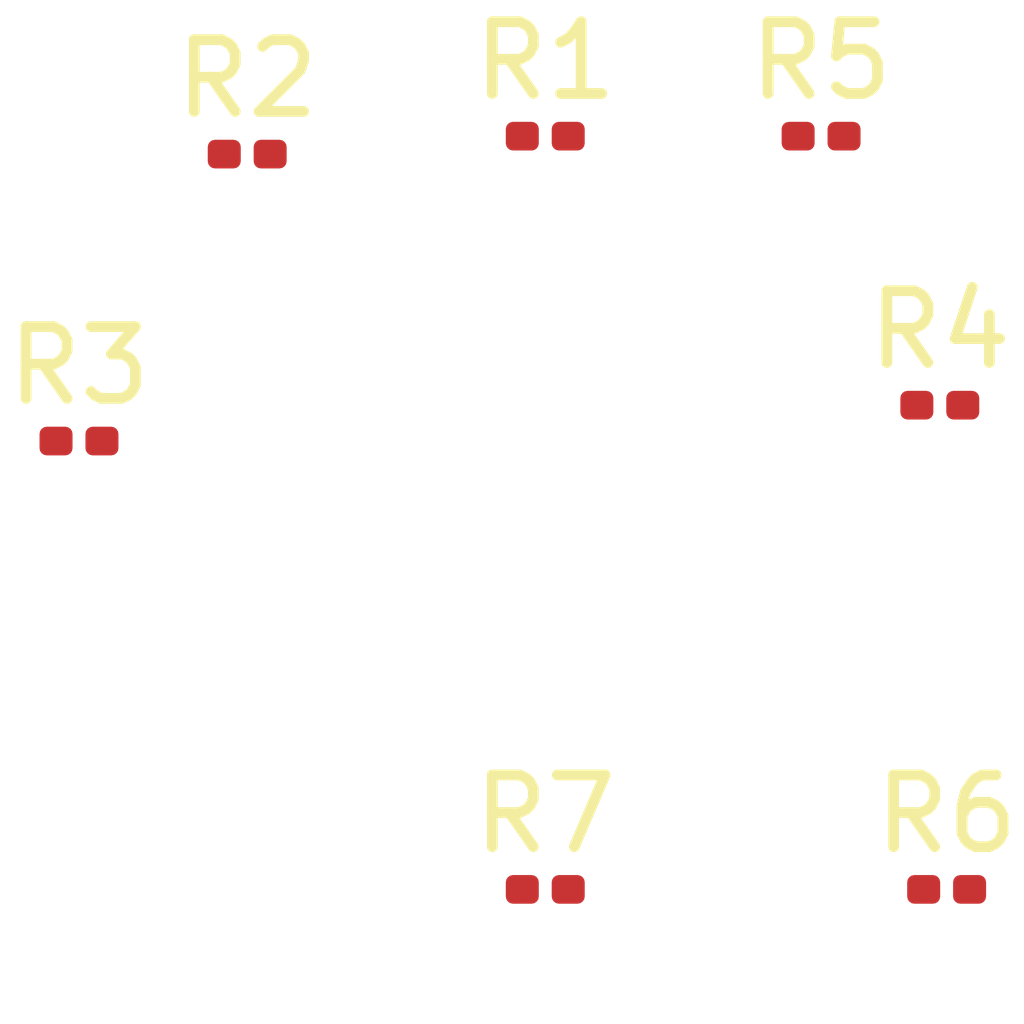
<source format=kicad_pcb>
(kicad_pcb (version 20241229) (generator "pcbnew") (generator_version "9.0")
  (layers (0 "F.Cu" signal) (2 "B.Cu" signal) (13 "F.Paste" user) (15 "B.Paste" user) (5 "F.SilkS" user "F.Silkscreen") (7 "B.SilkS" user "B.Silkscreen") (1 "F.Mask" user) (3 "B.Mask" user) (25 "Edge.Cuts" user))
  (net 0 "")
  (net 1 "/Test2")
  (net 2 "/Test1")
  (net 3 "Net-(R3-Pad2)")
  (net 4 "/Test3")
  (footprint "Resistor_SMD:R_0201_0603Metric" (layer "F.Cu") (at 107.155 108)
    (property "Reference" "R7" (at 0 -1.05 0) (layer "F.SilkS"))
    (property "Value" "R")
    (pad "1" smd roundrect (at -0.32 0) (size 0.46 0.4) (layers "F.Cu" "F.Mask") (net 4 "/Test3"))
    (pad "2" smd roundrect (at 0.32 0) (size 0.46 0.4) (layers "F.Cu" "F.Mask") (net 2 "/Test1"))
  )
  (footprint "Resistor_SMD:R_0201_0603Metric" (layer "F.Cu") (at 107.155 97.5)
    (property "Reference" "R1" (at 0 -1.05 0) (layer "F.SilkS"))
    (property "Value" "R")
    (pad "1" smd roundrect (at -0.32 0) (size 0.46 0.4) (layers "F.Cu" "F.Mask") (net 2 "/Test1"))
    (pad "2" smd roundrect (at 0.32 0) (size 0.46 0.4) (layers "F.Cu" "F.Mask") (net 1 "/Test2"))
  )
  (footprint "Resistor_SMD:R_0201_0603Metric" (layer "F.Cu") (at 111 97.5)
    (property "Reference" "R5" (at 0 -1.05 0) (layer "F.SilkS"))
    (property "Value" "R")
    (pad "1" smd roundrect (at -0.32 0) (size 0.46 0.4) (layers "F.Cu" "F.Mask") (net 4 "/Test3"))
    (pad "2" smd roundrect (at 0.32 0) (size 0.46 0.4) (layers "F.Cu" "F.Mask") (net 1 "/Test2"))
  )
  (footprint "Resistor_SMD:R_0201_0603Metric" (layer "F.Cu") (at 112.655 101.25)
    (property "Reference" "R4" (at 0 -1.05 0) (layer "F.SilkS"))
    (property "Value" "R")
    (pad "1" smd roundrect (at -0.32 0) (size 0.46 0.4) (layers "F.Cu" "F.Mask") (net 4 "/Test3"))
    (pad "2" smd roundrect (at 0.32 0) (size 0.46 0.4) (layers "F.Cu" "F.Mask") (net 3 "Net-(R3-Pad2)"))
  )
  (footprint "Resistor_SMD:R_0201_0603Metric" (layer "F.Cu") (at 112.75 108)
    (property "Reference" "R6" (at 0 -1.05 0) (layer "F.SilkS"))
    (property "Value" "R")
    (pad "1" smd roundrect (at -0.32 0) (size 0.46 0.4) (layers "F.Cu" "F.Mask") (net 4 "/Test3"))
    (pad "2" smd roundrect (at 0.32 0) (size 0.46 0.4) (layers "F.Cu" "F.Mask") (net 1 "/Test2"))
  )
  (footprint "Resistor_SMD:R_0201_0603Metric" (layer "F.Cu") (at 100.655 101.75)
    (property "Reference" "R3" (at 0 -1.05 0) (layer "F.SilkS"))
    (property "Value" "R")
    (pad "1" smd roundrect (at -0.32 0) (size 0.46 0.4) (layers "F.Cu" "F.Mask") (net 2 "/Test1"))
    (pad "2" smd roundrect (at 0.32 0) (size 0.46 0.4) (layers "F.Cu" "F.Mask") (net 3 "Net-(R3-Pad2)"))
  )
  (footprint "Resistor_SMD:R_0201_0603Metric" (layer "F.Cu") (at 103 97.75)
    (property "Reference" "R2" (at 0 -1.05 0) (layer "F.SilkS"))
    (property "Value" "R")
    (pad "1" smd roundrect (at -0.32 0) (size 0.46 0.4) (layers "F.Cu" "F.Mask") (net 2 "/Test1"))
    (pad "2" smd roundrect (at 0.32 0) (size 0.46 0.4) (layers "F.Cu" "F.Mask") (net 1 "/Test2"))
  )
)
</source>
